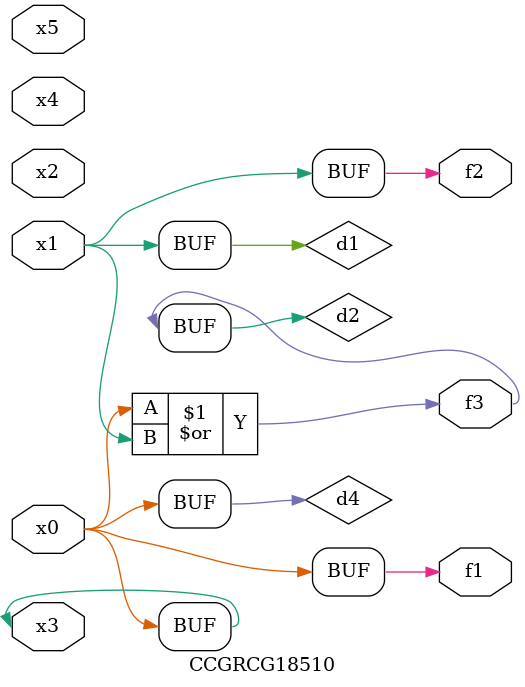
<source format=v>
module CCGRCG18510(
	input x0, x1, x2, x3, x4, x5,
	output f1, f2, f3
);

	wire d1, d2, d3, d4;

	and (d1, x1);
	or (d2, x0, x1);
	nand (d3, x0, x5);
	buf (d4, x0, x3);
	assign f1 = d4;
	assign f2 = d1;
	assign f3 = d2;
endmodule

</source>
